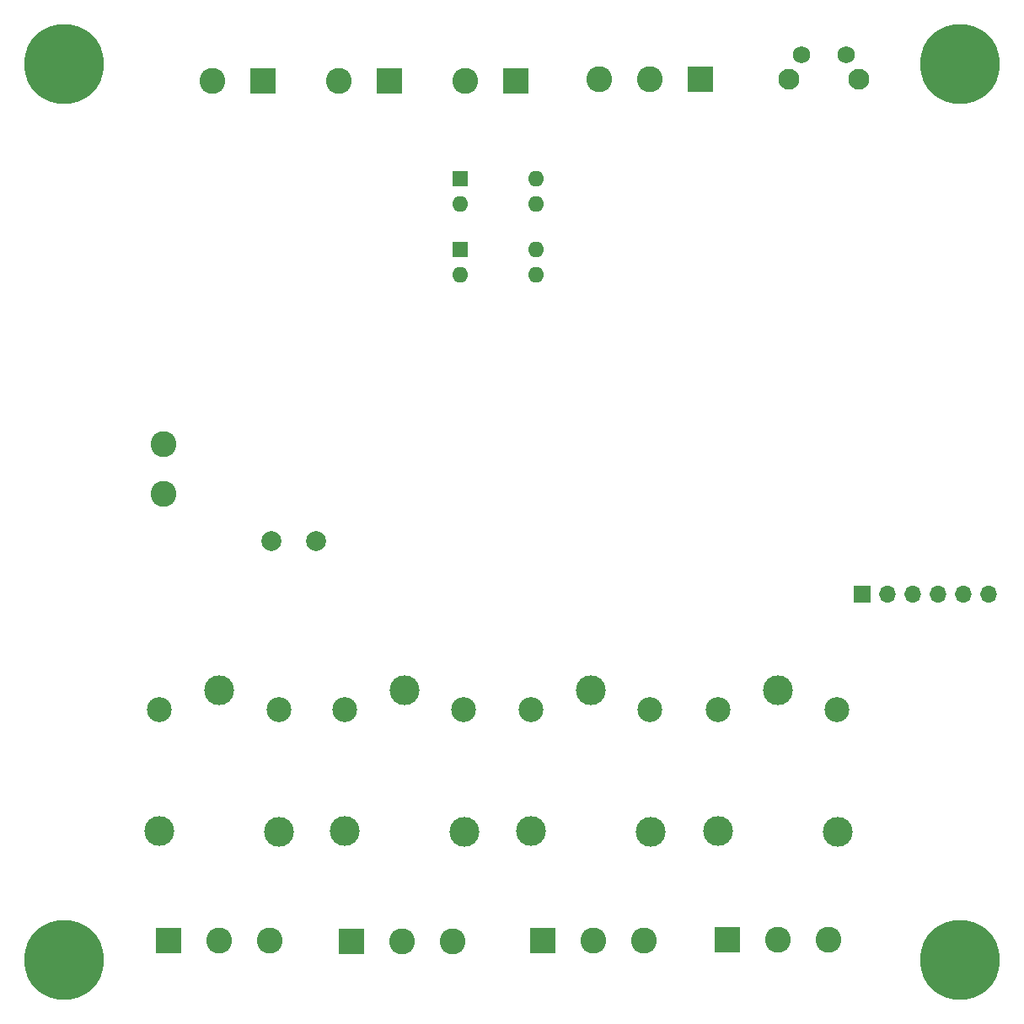
<source format=gbr>
%TF.GenerationSoftware,KiCad,Pcbnew,7.0.10*%
%TF.CreationDate,2025-03-17T10:36:42-03:00*%
%TF.ProjectId,MicroCerveceria,4d696372-6f43-4657-9276-656365726961,rev?*%
%TF.SameCoordinates,Original*%
%TF.FileFunction,Soldermask,Bot*%
%TF.FilePolarity,Negative*%
%FSLAX46Y46*%
G04 Gerber Fmt 4.6, Leading zero omitted, Abs format (unit mm)*
G04 Created by KiCad (PCBNEW 7.0.10) date 2025-03-17 10:36:42*
%MOMM*%
%LPD*%
G01*
G04 APERTURE LIST*
%ADD10C,3.000000*%
%ADD11C,2.500000*%
%ADD12C,2.600000*%
%ADD13R,2.600000X2.600000*%
%ADD14C,8.000000*%
%ADD15R,1.600000X1.600000*%
%ADD16O,1.600000X1.600000*%
%ADD17C,2.000000*%
%ADD18R,1.700000X1.700000*%
%ADD19O,1.700000X1.700000*%
%ADD20C,2.100000*%
%ADD21C,1.750000*%
G04 APERTURE END LIST*
D10*
%TO.C,K4*%
X96700000Y-87950000D03*
D11*
X90650000Y-89900000D03*
D10*
X90650000Y-102100000D03*
X102700000Y-102150000D03*
D11*
X102650000Y-89900000D03*
%TD*%
D10*
%TO.C,K2*%
X59191000Y-87950000D03*
D11*
X53141000Y-89900000D03*
D10*
X53141000Y-102100000D03*
X65191000Y-102150000D03*
D11*
X65141000Y-89900000D03*
%TD*%
D10*
%TO.C,K1*%
X40600000Y-87950000D03*
D11*
X34550000Y-89900000D03*
D10*
X34550000Y-102100000D03*
X46600000Y-102150000D03*
D11*
X46550000Y-89900000D03*
%TD*%
D10*
%TO.C,K3*%
X77900000Y-87950000D03*
D11*
X71850000Y-89900000D03*
D10*
X71850000Y-102100000D03*
X83900000Y-102150000D03*
D11*
X83850000Y-89900000D03*
%TD*%
D12*
%TO.C,J4*%
X64012000Y-113125000D03*
X58932000Y-113125000D03*
D13*
X53852000Y-113125000D03*
%TD*%
D14*
%TO.C,H3*%
X115000000Y-115000000D03*
%TD*%
D13*
%TO.C,J5*%
X57668000Y-26750000D03*
D12*
X52588000Y-26750000D03*
%TD*%
D14*
%TO.C,H2*%
X115000000Y-25000000D03*
%TD*%
D13*
%TO.C,J9*%
X88905000Y-26563000D03*
D12*
X83825000Y-26563000D03*
X78745000Y-26563000D03*
%TD*%
D14*
%TO.C,H1*%
X25000000Y-25000000D03*
%TD*%
D15*
%TO.C,U4*%
X64780000Y-43683000D03*
D16*
X64780000Y-46223000D03*
X72400000Y-46223000D03*
X72400000Y-43683000D03*
%TD*%
D13*
%TO.C,J7*%
X73069000Y-113075000D03*
D12*
X78149000Y-113075000D03*
X83229000Y-113075000D03*
%TD*%
D17*
%TO.C,TP1*%
X45804000Y-72938000D03*
%TD*%
D18*
%TO.C,J2*%
X105156000Y-78232000D03*
D19*
X107696000Y-78232000D03*
X110236000Y-78232000D03*
X112776000Y-78232000D03*
X115316000Y-78232000D03*
X117856000Y-78232000D03*
%TD*%
D17*
%TO.C,TP2*%
X50304000Y-72938000D03*
%TD*%
D13*
%TO.C,J1*%
X44950000Y-26750000D03*
D12*
X39870000Y-26750000D03*
%TD*%
D14*
%TO.C,H4*%
X25000000Y-115000000D03*
%TD*%
D13*
%TO.C,J3*%
X35515000Y-113091000D03*
D12*
X40595000Y-113091000D03*
X45675000Y-113091000D03*
%TD*%
D15*
%TO.C,U5*%
X64780000Y-36571000D03*
D16*
X64780000Y-39111000D03*
X72400000Y-39111000D03*
X72400000Y-36571000D03*
%TD*%
D13*
%TO.C,J6*%
X70368000Y-26750000D03*
D12*
X65288000Y-26750000D03*
%TD*%
D13*
%TO.C,J8*%
X91615000Y-112950000D03*
D12*
X96695000Y-112950000D03*
X101775000Y-112950000D03*
%TD*%
%TO.C,L1*%
X34954000Y-63188000D03*
X34954000Y-68188000D03*
%TD*%
D20*
%TO.C,SW1*%
X97800000Y-26577500D03*
X104810000Y-26577500D03*
D21*
X99050000Y-24087500D03*
X103550000Y-24087500D03*
%TD*%
M02*

</source>
